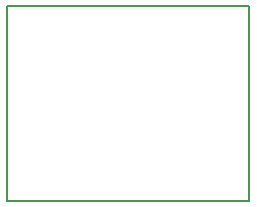
<source format=gbr>
%TF.GenerationSoftware,KiCad,Pcbnew,6.0.11+dfsg-1~bpo11+1*%
%TF.CreationDate,2023-04-27T18:18:44-07:00*%
%TF.ProjectId,J-link_BOB,4a2d6c69-6e6b-45f4-924f-422e6b696361,A1*%
%TF.SameCoordinates,PX7b64228PY605e690*%
%TF.FileFunction,Profile,NP*%
%FSLAX46Y46*%
G04 Gerber Fmt 4.6, Leading zero omitted, Abs format (unit mm)*
G04 Created by KiCad (PCBNEW 6.0.11+dfsg-1~bpo11+1) date 2023-04-27 18:18:44*
%MOMM*%
%LPD*%
G01*
G04 APERTURE LIST*
%TA.AperFunction,Profile*%
%ADD10C,0.200000*%
%TD*%
G04 APERTURE END LIST*
D10*
X0Y0D02*
X20500000Y0D01*
X20500000Y0D02*
X20500000Y-16500000D01*
X20500000Y-16500000D02*
X0Y-16500000D01*
X0Y-16500000D02*
X0Y0D01*
M02*

</source>
